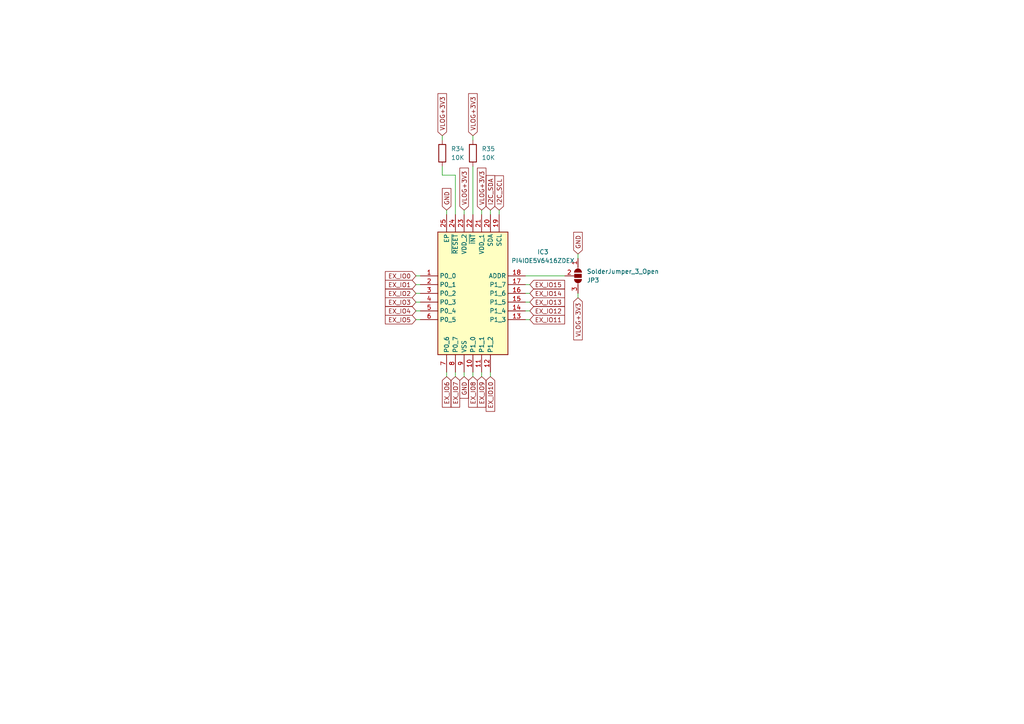
<source format=kicad_sch>
(kicad_sch (version 20230121) (generator eeschema)
  (paper "A4")
  (lib_symbols
    (symbol "Device:R" (pin_numbers hide) (pin_names (offset 0))
      (property "Reference" "R" (at 2.032 0 90))
      (property "Value" "R" (at 0 0 90))
      (symbol "R_0_1"
        (rectangle (start -1.016 -2.54) (end 1.016 2.54) (stroke (width 0.254)))
      )
      (symbol "R_1_1"
        (pin passive line (at 0 3.81 270) (length 1.27) (name "~") (number "1"))
        (pin passive line (at 0 -3.81 90) (length 1.27) (name "~") (number "2"))
      )
    )
    (symbol "Jumper:SolderJumper_3_Open" (pin_names (offset 0) hide)
      (property "Reference" "JP" (at -2.54 -2.54 0))
      (property "Value" "SolderJumper_3_Open" (at 0 2.794 0))
      (symbol "SolderJumper_3_Open_0_1"
        (arc (start -1.016 1.016) (mid -2.0276 0) (end -1.016 -1.016))
        (arc (start -1.016 1.016) (mid -2.0276 0) (end -1.016 -1.016) (fill (type outline)))
        (rectangle (start -0.508 1.016) (end 0.508 -1.016) (fill (type outline)))
        (polyline (pts (xy -2.54 0) (xy -2.032 0)))
        (polyline (pts (xy -1.016 1.016) (xy -1.016 -1.016)))
        (polyline (pts (xy 0 -1.27) (xy 0 -1.016)))
        (polyline (pts (xy 1.016 1.016) (xy 1.016 -1.016)))
        (polyline (pts (xy 2.54 0) (xy 2.032 0)))
        (arc (start 1.016 -1.016) (mid 2.0276 0) (end 1.016 1.016))
        (arc (start 1.016 -1.016) (mid 2.0276 0) (end 1.016 1.016) (fill (type outline)))
      )
      (symbol "SolderJumper_3_Open_1_1"
        (pin passive line (at -5.08 0 0) (length 2.54) (name "A") (number "1"))
        (pin passive line (at 0 -3.81 90) (length 2.54) (name "C") (number "2"))
        (pin passive line (at 5.08 0 180) (length 2.54) (name "B") (number "3"))
      )
    )
    (symbol "PI4IOE5V6416ZDEX:PI4IOE5V6416ZDEX"
      (property "Reference" "IC" (at 26.67 17.78 0))
      (property "Value" "PI4IOE5V6416ZDEX" (at 26.67 15.24 0))
      (symbol "PI4IOE5V6416ZDEX_1_1"
        (rectangle (start 5.08 12.7) (end 25.4 -22.86) (stroke (width 0.254)) (fill (type background)))
        (pin passive line (at 0 0 0) (length 5.08) (name "P0_0") (number "1"))
        (pin passive line (at 15.24 -27.94 90) (length 5.08) (name "P1_0") (number "10"))
        (pin passive line (at 17.78 -27.94 90) (length 5.08) (name "P1_1") (number "11"))
        (pin passive line (at 20.32 -27.94 90) (length 5.08) (name "P1_2") (number "12"))
        (pin passive line (at 30.48 -12.7 180) (length 5.08) (name "P1_3") (number "13"))
        (pin passive line (at 30.48 -10.16 180) (length 5.08) (name "P1_4") (number "14"))
        (pin passive line (at 30.48 -7.62 180) (length 5.08) (name "P1_5") (number "15"))
        (pin passive line (at 30.48 -5.08 180) (length 5.08) (name "P1_6") (number "16"))
        (pin passive line (at 30.48 -2.54 180) (length 5.08) (name "P1_7") (number "17"))
        (pin passive line (at 30.48 0 180) (length 5.08) (name "ADDR") (number "18"))
        (pin passive line (at 22.86 17.78 270) (length 5.08) (name "SCL") (number "19"))
        (pin passive line (at 0 -2.54 0) (length 5.08) (name "P0_1") (number "2"))
        (pin passive line (at 20.32 17.78 270) (length 5.08) (name "SDA") (number "20"))
        (pin passive line (at 17.78 17.78 270) (length 5.08) (name "VDD_1") (number "21"))
        (pin passive line (at 15.24 17.78 270) (length 5.08) (name "~{INT}") (number "22"))
        (pin passive line (at 12.7 17.78 270) (length 5.08) (name "VDD_2") (number "23"))
        (pin passive line (at 10.16 17.78 270) (length 5.08) (name "~{RESET}") (number "24"))
        (pin passive line (at 7.62 17.78 270) (length 5.08) (name "EP") (number "25"))
        (pin passive line (at 0 -5.08 0) (length 5.08) (name "P0_2") (number "3"))
        (pin passive line (at 0 -7.62 0) (length 5.08) (name "P0_3") (number "4"))
        (pin passive line (at 0 -10.16 0) (length 5.08) (name "P0_4") (number "5"))
        (pin passive line (at 0 -12.7 0) (length 5.08) (name "P0_5") (number "6"))
        (pin passive line (at 7.62 -27.94 90) (length 5.08) (name "P0_6") (number "7"))
        (pin passive line (at 10.16 -27.94 90) (length 5.08) (name "P0_7") (number "8"))
        (pin passive line (at 12.7 -27.94 90) (length 5.08) (name "VSS") (number "9"))
      )
    )
  )
  (wire (pts (xy 128.27 48.26) (xy 128.27 50.8)))
  (wire (pts (xy 167.64 73.66) (xy 167.64 74.93)))
  (wire (pts (xy 142.24 107.95) (xy 142.24 109.22)))
  (wire (pts (xy 152.4 92.71) (xy 153.67 92.71)))
  (wire (pts (xy 132.08 50.8) (xy 132.08 62.23)))
  (wire (pts (xy 120.65 80.01) (xy 121.92 80.01)))
  (wire (pts (xy 139.7 107.95) (xy 139.7 109.22)))
  (wire (pts (xy 137.16 39.37) (xy 137.16 40.64)))
  (wire (pts (xy 132.08 107.95) (xy 132.08 109.22)))
  (wire (pts (xy 120.65 82.55) (xy 121.92 82.55)))
  (wire (pts (xy 120.65 87.63) (xy 121.92 87.63)))
  (wire (pts (xy 120.65 85.09) (xy 121.92 85.09)))
  (wire (pts (xy 152.4 85.09) (xy 153.67 85.09)))
  (wire (pts (xy 139.7 60.96) (xy 139.7 62.23)))
  (wire (pts (xy 144.78 60.96) (xy 144.78 62.23)))
  (wire (pts (xy 152.4 87.63) (xy 153.67 87.63)))
  (wire (pts (xy 152.4 90.17) (xy 153.67 90.17)))
  (wire (pts (xy 134.62 107.95) (xy 134.62 109.22)))
  (wire (pts (xy 152.4 80.01) (xy 163.83 80.01)))
  (wire (pts (xy 128.27 50.8) (xy 132.08 50.8)))
  (wire (pts (xy 137.16 48.26) (xy 137.16 62.23)))
  (wire (pts (xy 167.64 86.36) (xy 167.64 85.09)))
  (wire (pts (xy 128.27 39.37) (xy 128.27 40.64)))
  (wire (pts (xy 129.54 107.95) (xy 129.54 109.22)))
  (wire (pts (xy 152.4 82.55) (xy 153.67 82.55)))
  (wire (pts (xy 134.62 60.96) (xy 134.62 62.23)))
  (wire (pts (xy 142.24 60.96) (xy 142.24 62.23)))
  (wire (pts (xy 120.65 90.17) (xy 121.92 90.17)))
  (wire (pts (xy 129.54 60.96) (xy 129.54 62.23)))
  (wire (pts (xy 137.16 107.95) (xy 137.16 109.22)))
  (wire (pts (xy 120.65 92.71) (xy 121.92 92.71)))
  (global_label "EX_IO13" (shape input) (at 153.67 87.63 0) (property "Intersheetrefs" "${INTERSHEET_REFS}" (effects hide)))
  (global_label "EX_IO7" (shape input) (at 132.08 109.22 270) (property "Intersheetrefs" "${INTERSHEET_REFS}" (effects hide)))
  (global_label "EX_IO12" (shape input) (at 153.67 90.17 0) (property "Intersheetrefs" "${INTERSHEET_REFS}" (effects hide)))
  (global_label "GND" (shape input) (at 167.64 73.66 90) (property "Intersheetrefs" "${INTERSHEET_REFS}" (effects hide)))
  (global_label "EX_IO10" (shape input) (at 142.24 109.22 270) (property "Intersheetrefs" "${INTERSHEET_REFS}" (effects hide)))
  (global_label "VLOG+3V3" (shape input) (at 134.62 60.96 90) (property "Intersheetrefs" "${INTERSHEET_REFS}" (effects hide)))
  (global_label "VLOG+3V3" (shape input) (at 128.27 39.37 90) (property "Intersheetrefs" "${INTERSHEET_REFS}" (effects hide)))
  (global_label "EX_IO15" (shape input) (at 153.67 82.55 0) (property "Intersheetrefs" "${INTERSHEET_REFS}" (effects hide)))
  (global_label "EX_IO3" (shape input) (at 120.65 87.63 180) (property "Intersheetrefs" "${INTERSHEET_REFS}" (effects hide)))
  (global_label "EX_IO8" (shape input) (at 137.16 109.22 270) (property "Intersheetrefs" "${INTERSHEET_REFS}" (effects hide)))
  (global_label "EX_IO5" (shape input) (at 120.65 92.71 180) (property "Intersheetrefs" "${INTERSHEET_REFS}" (effects hide)))
  (global_label "EX_IO0" (shape input) (at 120.65 80.01 180) (property "Intersheetrefs" "${INTERSHEET_REFS}" (effects hide)))
  (global_label "GND" (shape input) (at 129.54 60.96 90) (property "Intersheetrefs" "${INTERSHEET_REFS}" (effects hide)))
  (global_label "EX_IO1" (shape input) (at 120.65 82.55 180) (property "Intersheetrefs" "${INTERSHEET_REFS}" (effects hide)))
  (global_label "EX_IO2" (shape input) (at 120.65 85.09 180) (property "Intersheetrefs" "${INTERSHEET_REFS}" (effects hide)))
  (global_label "EX_IO6" (shape input) (at 129.54 109.22 270) (property "Intersheetrefs" "${INTERSHEET_REFS}" (effects hide)))
  (global_label "I2C_SDA" (shape input) (at 142.24 60.96 90) (property "Intersheetrefs" "${INTERSHEET_REFS}" (effects hide)))
  (global_label "EX_IO14" (shape input) (at 153.67 85.09 0) (property "Intersheetrefs" "${INTERSHEET_REFS}" (effects hide)))
  (global_label "GND" (shape input) (at 134.62 109.22 270) (property "Intersheetrefs" "${INTERSHEET_REFS}" (effects hide)))
  (global_label "EX_IO11" (shape input) (at 153.67 92.71 0) (property "Intersheetrefs" "${INTERSHEET_REFS}" (effects hide)))
  (global_label "VLOG+3V3" (shape input) (at 137.16 39.37 90) (property "Intersheetrefs" "${INTERSHEET_REFS}" (effects hide)))
  (global_label "EX_IO4" (shape input) (at 120.65 90.17 180) (property "Intersheetrefs" "${INTERSHEET_REFS}" (effects hide)))
  (global_label "I2C_SCL" (shape input) (at 144.78 60.96 90) (property "Intersheetrefs" "${INTERSHEET_REFS}" (effects hide)))
  (global_label "EX_IO9" (shape input) (at 139.7 109.22 270) (property "Intersheetrefs" "${INTERSHEET_REFS}" (effects hide)))
  (global_label "VLOG+3V3" (shape input) (at 139.7 60.96 90) (property "Intersheetrefs" "${INTERSHEET_REFS}" (effects hide)))
  (global_label "VLOG+3V3" (shape input) (at 167.64 86.36 270) (property "Intersheetrefs" "${INTERSHEET_REFS}" (effects hide)))
  (symbol (lib_id "PI4IOE5V6416ZDEX:PI4IOE5V6416ZDEX") (at 121.92 80.01 0) (unit 1)
    (property "Reference" "IC3" (at 157.48 73.0819 0))
    (property "Value" "PI4IOE5V6416ZDEX" (at 157.48 75.6219 0))
    (property "Footprint" "QFN50P400X400X90-25N" (effects hide))
    (property "Datasheet" "https://www.mouser.ch/datasheet/2/115/PI4IOE5V6416-1488866.pdf" (effects hide))
    (property "Mouser Part Number" "729-PI4IOE5V6416ZDEX" (effects hide))
    (property "Mouser Price/Stock" "https://www.mouser.de/ProductDetail/729-PI4IOE5V6416ZDEX" (effects hide))
    (property "Manufacturer_Name" "Diodes Incorporated" (effects hide))
    (property "Manufacturer_Part_Number" "PI4IOE5V6416ZDEX" (effects hide))
    (property "Placed" "True" (effects hide))
  )
  (symbol (lib_id "Jumper:SolderJumper_3_Open") (at 167.64 80.01 270) (unit 1)
    (property "Reference" "JP3" (at 170.18 81.28 90) (effects (justify left)))
    (property "Value" "SolderJumper_3_Open" (at 170.18 78.74 90) (effects (justify left)))
    (property "Footprint" "Jumper:SolderJumper-3_P1.3mm_Open_Pad1.0x1.5mm" (effects hide))
    (property "Placed" "False" (effects hide))
  )
  (symbol (lib_id "Device:R") (at 128.27 44.45 0) (unit 1)
    (property "Reference" "R34" (at 130.81 43.1799 0) (effects (justify left)))
    (property "Value" "10K" (at 130.81 45.7199 0) (effects (justify left)))
    (property "Footprint" "Resistor_SMD:R_0603_1608Metric" (effects hide))
    (property "Manufacturer_Name" "Vishay / Dale" (effects hide))
    (property "Manufacturer_Part_Number" "CRCW060310K0FKEA" (effects hide))
    (property "Mouser Part Number" "71-CRCW0603-10K-E3" (effects hide))
    (property "Mouser Price/Stock" "https://www.mouser.de/ProductDetail/71-CRCW0603-10K-E3" (effects hide))
    (property "Placed" "True" (effects hide))
  )
  (symbol (lib_id "Device:R") (at 137.16 44.45 0) (unit 1)
    (property "Reference" "R35" (at 139.7 43.1799 0) (effects (justify left)))
    (property "Value" "10K" (at 139.7 45.7199 0) (effects (justify left)))
    (property "Footprint" "Resistor_SMD:R_0603_1608Metric" (effects hide))
    (property "Manufacturer_Name" "Vishay / Dale" (effects hide))
    (property "Manufacturer_Part_Number" "CRCW060310K0FKEA" (effects hide))
    (property "Mouser Part Number" "71-CRCW0603-10K-E3" (effects hide))
    (property "Mouser Price/Stock" "https://www.mouser.de/ProductDetail/71-CRCW0603-10K-E3" (effects hide))
    (property "Placed" "True" (effects hide))
  )
)
</source>
